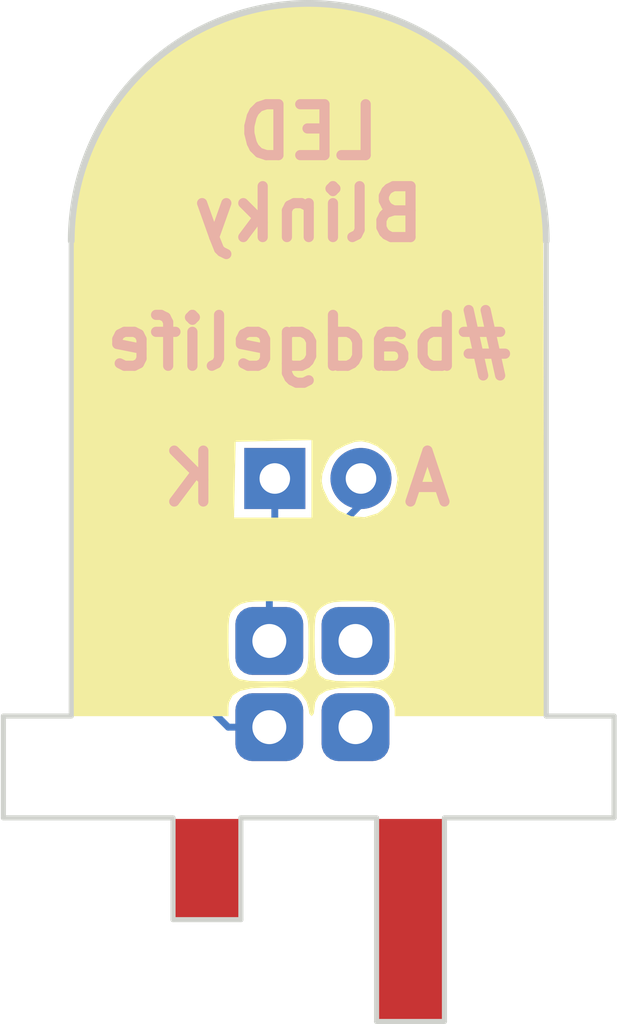
<source format=kicad_pcb>
(kicad_pcb (version 20171130) (host pcbnew "(5.0.0-rc2-dev-222-g3b0a758)")

  (general
    (thickness 1.6)
    (drawings 24)
    (tracks 8)
    (zones 0)
    (modules 4)
    (nets 5)
  )

  (page A4)
  (layers
    (0 F.Cu signal)
    (31 B.Cu signal)
    (32 B.Adhes user)
    (33 F.Adhes user)
    (34 B.Paste user)
    (35 F.Paste user)
    (36 B.SilkS user)
    (37 F.SilkS user)
    (38 B.Mask user)
    (39 F.Mask user)
    (40 Dwgs.User user)
    (41 Cmts.User user)
    (42 Eco1.User user)
    (43 Eco2.User user)
    (44 Edge.Cuts user)
    (45 Margin user)
    (46 B.CrtYd user)
    (47 F.CrtYd user)
    (48 B.Fab user)
    (49 F.Fab user)
  )

  (setup
    (last_trace_width 0.2032)
    (user_trace_width 0.1524)
    (user_trace_width 0.2032)
    (user_trace_width 0.254)
    (user_trace_width 0.3048)
    (trace_clearance 0.1524)
    (zone_clearance 0.508)
    (zone_45_only no)
    (trace_min 0.1524)
    (segment_width 0.2)
    (edge_width 0.15)
    (via_size 0.8)
    (via_drill 0.4)
    (via_min_size 0.4)
    (via_min_drill 0.3)
    (uvia_size 0.3)
    (uvia_drill 0.1)
    (uvias_allowed no)
    (uvia_min_size 0.2)
    (uvia_min_drill 0.1)
    (pcb_text_width 0.3)
    (pcb_text_size 1.5 1.5)
    (mod_edge_width 0.15)
    (mod_text_size 1 1)
    (mod_text_width 0.15)
    (pad_size 1.524 1.524)
    (pad_drill 0.762)
    (pad_to_mask_clearance 0.2)
    (aux_axis_origin 0 0)
    (visible_elements FFFFFF7F)
    (pcbplotparams
      (layerselection 0x010fc_ffffffff)
      (usegerberextensions false)
      (usegerberattributes false)
      (usegerberadvancedattributes false)
      (creategerberjobfile false)
      (excludeedgelayer true)
      (linewidth 0.100000)
      (plotframeref false)
      (viasonmask false)
      (mode 1)
      (useauxorigin false)
      (hpglpennumber 1)
      (hpglpenspeed 20)
      (hpglpendiameter 15)
      (psnegative false)
      (psa4output false)
      (plotreference true)
      (plotvalue true)
      (plotinvisibletext false)
      (padsonsilk false)
      (subtractmaskfromsilk false)
      (outputformat 1)
      (mirror false)
      (drillshape 1)
      (scaleselection 1)
      (outputdirectory ""))
  )

  (net 0 "")
  (net 1 VCC)
  (net 2 GND)
  (net 3 "Net-(J1-Pad3)")
  (net 4 "Net-(J1-Pad4)")

  (net_class Default "This is the default net class."
    (clearance 0.1524)
    (trace_width 0.2032)
    (via_dia 0.8)
    (via_drill 0.4)
    (uvia_dia 0.3)
    (uvia_drill 0.1)
    (add_net GND)
    (add_net "Net-(J1-Pad3)")
    (add_net "Net-(J1-Pad4)")
    (add_net VCC)
  )

  (module LEDs:LED_D5.0mm (layer F.Cu) (tedit 5B5384D2) (tstamp 5B5500EA)
    (at 58 64)
    (descr "LED, diameter 5.0mm, 2 pins, http://cdn-reichelt.de/documents/datenblatt/A500/LL-504BC2E-009.pdf")
    (tags "LED diameter 5.0mm 2 pins")
    (path /5B537B55)
    (fp_text reference D1 (at 1.27 -3.96) (layer F.SilkS)
      (effects (font (size 1 1) (thickness 0.15)))
    )
    (fp_text value LED (at 1.27 3.96) (layer F.Fab)
      (effects (font (size 1 1) (thickness 0.15)))
    )
    (fp_text user %R (at 1.25 0) (layer F.Fab)
      (effects (font (size 0.8 0.8) (thickness 0.2)))
    )
    (fp_line (start 4.5 -3.25) (end -1.95 -3.25) (layer F.CrtYd) (width 0.05))
    (fp_line (start 4.5 3.25) (end 4.5 -3.25) (layer F.CrtYd) (width 0.05))
    (fp_line (start -1.95 3.25) (end 4.5 3.25) (layer F.CrtYd) (width 0.05))
    (fp_line (start -1.95 -3.25) (end -1.95 3.25) (layer F.CrtYd) (width 0.05))
    (pad 2 thru_hole circle (at 2.54 0) (size 1.8 1.8) (drill 0.9) (layers *.Cu *.Mask)
      (net 1 VCC))
    (pad 1 thru_hole rect (at 0 0) (size 1.8 1.8) (drill 0.9) (layers *.Cu *.Mask)
      (net 2 GND))
    (model ${KISYS3DMOD}/LEDs.3dshapes/LED_D5.0mm_Horizontal_O1.27mm_Z3.0mm.wrl
      (offset (xyz 2.54 0 0))
      (scale (xyz 0.3937007874 0.3937007874 0.3937007874))
      (rotate (xyz 0 0 180))
    )
  )

  (module Aesthetics:Addon_LED_copper (layer F.Cu) (tedit 5B538242) (tstamp 5B55A329)
    (at 58.95 77)
    (fp_text reference G*** (at 0 0) (layer F.SilkS) hide
      (effects (font (size 1.524 1.524) (thickness 0.3)))
    )
    (fp_text value LOGO (at 0.75 0) (layer F.SilkS) hide
      (effects (font (size 1.524 1.524) (thickness 0.3)))
    )
    (fp_poly (pts (xy -1.947333 0) (xy -3.979333 0) (xy -3.979333 -2.963334) (xy -1.947333 -2.963334)
      (xy -1.947333 0)) (layer F.Cu) (width 0.01))
    (fp_poly (pts (xy 4.064 3.048) (xy 2.032 3.048) (xy 2.032 -2.963334) (xy 4.064 -2.963334)
      (xy 4.064 3.048)) (layer F.Cu) (width 0.01))
    (fp_poly (pts (xy 4.064 3.048) (xy 2.032 3.048) (xy 2.032 -2.963334) (xy 4.064 -2.963334)
      (xy 4.064 3.048)) (layer F.Mask) (width 0.01))
    (fp_poly (pts (xy -1.947333 0) (xy -3.979333 0) (xy -3.979333 -2.963334) (xy -1.947333 -2.963334)
      (xy -1.947333 0)) (layer F.Mask) (width 0.01))
  )

  (module Badgelife:ShittyAddon_PTH_only_SAO (layer F.Cu) (tedit 5B537B70) (tstamp 5B552A7B)
    (at 57.838333 68.7875)
    (descr "Through hole straight pin header, 2x02, 2.54mm pitch, double rows")
    (tags "Through hole pin header THT 2x02 2.54mm double row")
    (path /5B537AB3)
    (fp_text reference J1 (at 1.27 -2.33) (layer F.SilkS) hide
      (effects (font (size 1 1) (thickness 0.15)))
    )
    (fp_text value Conn_02x02_Counter_Clockwise (at 1.27 4.87) (layer F.Fab) hide
      (effects (font (size 1 1) (thickness 0.15)))
    )
    (pad 3 thru_hole roundrect (at 2.54 2.54) (size 2 2) (drill 1) (layers *.Cu *.Mask)(roundrect_rratio 0.25)
      (net 3 "Net-(J1-Pad3)"))
    (pad 2 thru_hole roundrect (at 0 2.54) (size 2 2) (drill 1) (layers *.Cu *.Mask)(roundrect_rratio 0.25)
      (net 2 GND))
    (pad 4 thru_hole roundrect (at 2.54 0) (size 2 2) (drill 1) (layers *.Cu *.Mask)(roundrect_rratio 0.25)
      (net 4 "Net-(J1-Pad4)"))
    (pad 1 thru_hole roundrect (at 0 0) (size 2 2) (drill 1) (layers *.Cu *.Mask)(roundrect_rratio 0.25)
      (net 1 VCC))
    (model ${KISYS3DMOD}/Pin_Headers.3dshapes/Pin_Header_Straight_2x02_Pitch2.54mm.wrl
      (offset (xyz 0 -2.54 -1.8))
      (scale (xyz 1 1 1))
      (rotate (xyz 180 0 0))
    )
  )

  (module Aesthetics:Addon_LED_silk (layer F.Cu) (tedit 0) (tstamp 5B55A459)
    (at 59 60.5)
    (fp_text reference G*** (at 0 0) (layer F.SilkS) hide
      (effects (font (size 1.524 1.524) (thickness 0.3)))
    )
    (fp_text value LOGO (at 0.75 0) (layer F.SilkS) hide
      (effects (font (size 1.524 1.524) (thickness 0.3)))
    )
    (fp_poly (pts (xy 0.806664 -10.414595) (xy 1.878207 -10.201319) (xy 2.877613 -9.838461) (xy 3.795936 -9.333541)
      (xy 4.62423 -8.694079) (xy 5.353549 -7.927593) (xy 5.974946 -7.041604) (xy 6.479476 -6.043631)
      (xy 6.700114 -5.461) (xy 6.900333 -4.868333) (xy 6.924067 2.815167) (xy 6.947802 10.498667)
      (xy 2.54 10.498667) (xy 2.54 10.283152) (xy 2.481409 10.074942) (xy 2.339665 9.86744)
      (xy 2.332182 9.859818) (xy 2.2168 9.75935) (xy 2.087899 9.697639) (xy 1.90252 9.665408)
      (xy 1.617708 9.65338) (xy 1.369933 9.652) (xy 0.867858 9.676268) (xy 0.513207 9.754243)
      (xy 0.290423 9.893684) (xy 0.183952 10.102351) (xy 0.169333 10.250812) (xy 0.14425 10.426479)
      (xy 0.084667 10.498667) (xy 0.021437 10.426095) (xy 0 10.283152) (xy -0.058591 10.074942)
      (xy -0.200335 9.86744) (xy -0.207818 9.859818) (xy -0.3232 9.75935) (xy -0.452101 9.697639)
      (xy -0.63748 9.665408) (xy -0.922292 9.65338) (xy -1.170067 9.652) (xy -1.672142 9.676268)
      (xy -2.026793 9.754243) (xy -2.249577 9.893684) (xy -2.356048 10.102351) (xy -2.370667 10.250812)
      (xy -2.370667 10.498667) (xy -7.027333 10.498667) (xy -7.027333 8.303479) (xy -2.370667 8.303479)
      (xy -2.363353 8.769629) (xy -2.324039 9.093348) (xy -2.226668 9.30056) (xy -2.045183 9.417187)
      (xy -1.753524 9.469151) (xy -1.325636 9.482375) (xy -1.185333 9.482667) (xy -0.785772 9.478434)
      (xy -0.517994 9.461578) (xy -0.344566 9.425859) (xy -0.228059 9.36504) (xy -0.169333 9.313334)
      (xy -0.088514 9.210101) (xy -0.037952 9.071009) (xy -0.010955 8.857429) (xy -0.000833 8.530736)
      (xy 0 8.335818) (xy -0.000291 8.303479) (xy 0.169333 8.303479) (xy 0.176647 8.769629)
      (xy 0.215961 9.093348) (xy 0.313332 9.30056) (xy 0.494817 9.417187) (xy 0.786476 9.469151)
      (xy 1.214364 9.482375) (xy 1.354667 9.482667) (xy 1.754228 9.478434) (xy 2.022006 9.461578)
      (xy 2.195434 9.425859) (xy 2.311941 9.36504) (xy 2.370667 9.313334) (xy 2.451486 9.210101)
      (xy 2.502048 9.071009) (xy 2.529045 8.857429) (xy 2.539167 8.530736) (xy 2.54 8.335818)
      (xy 2.536553 7.953539) (xy 2.520657 7.699819) (xy 2.483984 7.533933) (xy 2.418203 7.415157)
      (xy 2.332182 7.319818) (xy 2.2168 7.21935) (xy 2.087899 7.157639) (xy 1.90252 7.125408)
      (xy 1.617708 7.11338) (xy 1.369933 7.112) (xy 0.985762 7.118196) (xy 0.726879 7.142023)
      (xy 0.549522 7.191335) (xy 0.409929 7.273989) (xy 0.392418 7.287479) (xy 0.290414 7.376623)
      (xy 0.225433 7.475368) (xy 0.189152 7.621627) (xy 0.173246 7.85331) (xy 0.169391 8.20833)
      (xy 0.169333 8.303479) (xy -0.000291 8.303479) (xy -0.003447 7.953539) (xy -0.019343 7.699819)
      (xy -0.056016 7.533933) (xy -0.121797 7.415157) (xy -0.207818 7.319818) (xy -0.3232 7.21935)
      (xy -0.452101 7.157639) (xy -0.63748 7.125408) (xy -0.922292 7.11338) (xy -1.170067 7.112)
      (xy -1.554238 7.118196) (xy -1.813121 7.142023) (xy -1.990478 7.191335) (xy -2.130071 7.273989)
      (xy -2.147582 7.287479) (xy -2.249586 7.376623) (xy -2.314567 7.475368) (xy -2.350848 7.621627)
      (xy -2.366754 7.85331) (xy -2.370609 8.20833) (xy -2.370667 8.303479) (xy -7.027333 8.303479)
      (xy -7.027333 4.656667) (xy -2.206248 4.656667) (xy 0.084667 4.656667) (xy 0.084667 3.578776)
      (xy 0.377906 3.578776) (xy 0.418854 3.793366) (xy 0.599351 4.173607) (xy 0.887886 4.453034)
      (xy 1.248542 4.615424) (xy 1.645403 4.644556) (xy 2.039949 4.525556) (xy 2.341031 4.280243)
      (xy 2.544731 3.928409) (xy 2.624125 3.517511) (xy 2.62435 3.495446) (xy 2.545767 3.130447)
      (xy 2.332049 2.800251) (xy 2.017226 2.547266) (xy 1.78287 2.44679) (xy 1.559176 2.398636)
      (xy 1.359077 2.41737) (xy 1.102144 2.512027) (xy 1.067755 2.52711) (xy 0.793551 2.676479)
      (xy 0.617565 2.863383) (xy 0.501171 3.086051) (xy 0.398806 3.360347) (xy 0.377906 3.578776)
      (xy 0.084667 3.578776) (xy 0.084667 2.365752) (xy -1.037167 2.389376) (xy -2.159 2.413)
      (xy -2.182624 3.534834) (xy -2.206248 4.656667) (xy -7.027333 4.656667) (xy -7.027333 3.182448)
      (xy -7.027266 1.845117) (xy -7.026638 0.665399) (xy -7.024815 -0.368428) (xy -7.021161 -1.268083)
      (xy -7.015039 -2.045288) (xy -7.005815 -2.711764) (xy -6.992852 -3.27923) (xy -6.975514 -3.759409)
      (xy -6.953167 -4.164019) (xy -6.925173 -4.504783) (xy -6.890897 -4.793421) (xy -6.849704 -5.041654)
      (xy -6.800957 -5.261202) (xy -6.744021 -5.463787) (xy -6.67826 -5.661128) (xy -6.603038 -5.864947)
      (xy -6.52562 -6.066472) (xy -6.263818 -6.635213) (xy -5.913469 -7.241721) (xy -5.516569 -7.819736)
      (xy -5.115113 -8.302999) (xy -5.094017 -8.325219) (xy -4.338055 -8.996101) (xy -3.475889 -9.552403)
      (xy -2.534004 -9.984747) (xy -1.538886 -10.283755) (xy -0.517021 -10.440049) (xy 0.505107 -10.444251)
      (xy 0.806664 -10.414595)) (layer F.SilkS) (width 0.01))
  )

  (gr_text K (at 55.5 64) (layer B.SilkS)
    (effects (font (size 1.5 1.5) (thickness 0.3)) (justify mirror))
  )
  (gr_text A (at 62.5 64) (layer B.SilkS)
    (effects (font (size 1.5 1.5) (thickness 0.3)) (justify mirror))
  )
  (gr_text "LED\nBlinky" (at 59 55) (layer B.SilkS)
    (effects (font (size 1.5 1.5) (thickness 0.3)) (justify mirror))
  )
  (gr_text "#badgelife" (at 59 60) (layer B.SilkS)
    (effects (font (size 1.5 1.5) (thickness 0.3)) (justify mirror))
  )
  (gr_line (start 63 74) (end 68 74) (layer Edge.Cuts) (width 0.15))
  (gr_line (start 63 80) (end 63 74) (layer Edge.Cuts) (width 0.15))
  (gr_line (start 61 80) (end 63 80) (layer Edge.Cuts) (width 0.15))
  (gr_line (start 61 74) (end 61 80) (layer Edge.Cuts) (width 0.15))
  (gr_line (start 57 74) (end 61 74) (layer Edge.Cuts) (width 0.15))
  (gr_line (start 57 77) (end 57 74) (layer Edge.Cuts) (width 0.15))
  (gr_line (start 55 77) (end 57 77) (layer Edge.Cuts) (width 0.15))
  (gr_line (start 55 74) (end 55 77) (layer Edge.Cuts) (width 0.15))
  (gr_line (start 50 74) (end 55 74) (layer Edge.Cuts) (width 0.15))
  (gr_line (start 52 71) (end 52 57) (layer Edge.Cuts) (width 0.15))
  (gr_line (start 50 71) (end 52 71) (layer Edge.Cuts) (width 0.15))
  (gr_line (start 50 74) (end 50 71) (layer Edge.Cuts) (width 0.15))
  (gr_line (start 68 71) (end 68 74) (layer Edge.Cuts) (width 0.15))
  (gr_line (start 66 71) (end 68 71) (layer Edge.Cuts) (width 0.15))
  (gr_line (start 66 57) (end 66 71) (layer Edge.Cuts) (width 0.15))
  (gr_arc (start 59 57) (end 66 57) (angle -180) (layer Edge.Cuts) (width 0.2))
  (gr_line (start 50 80) (end 50 50) (layer Dwgs.User) (width 0.2))
  (gr_line (start 68 80) (end 50 80) (layer Dwgs.User) (width 0.2))
  (gr_line (start 68 50) (end 68 80) (layer Dwgs.User) (width 0.2))
  (gr_line (start 50 50) (end 68 50) (layer Dwgs.User) (width 0.2))

  (segment (start 57.838333 68.7875) (end 57.838333 67.461667) (width 0.2032) (layer B.Cu) (net 1))
  (segment (start 57.838333 67.461667) (end 60.54 64.76) (width 0.2032) (layer B.Cu) (net 1))
  (segment (start 60.54 64.76) (end 60.54 64) (width 0.2032) (layer B.Cu) (net 1))
  (segment (start 58 64) (end 58 65.8) (width 0.2032) (layer B.Cu) (net 2))
  (segment (start 58 65.8) (end 56.1 67.7) (width 0.2032) (layer B.Cu) (net 2))
  (segment (start 56.1 67.7) (end 56.1 70.8) (width 0.2032) (layer B.Cu) (net 2))
  (segment (start 56.1 70.8) (end 56.6275 71.3275) (width 0.2032) (layer B.Cu) (net 2))
  (segment (start 56.6275 71.3275) (end 57.838333 71.3275) (width 0.2032) (layer B.Cu) (net 2))

)

</source>
